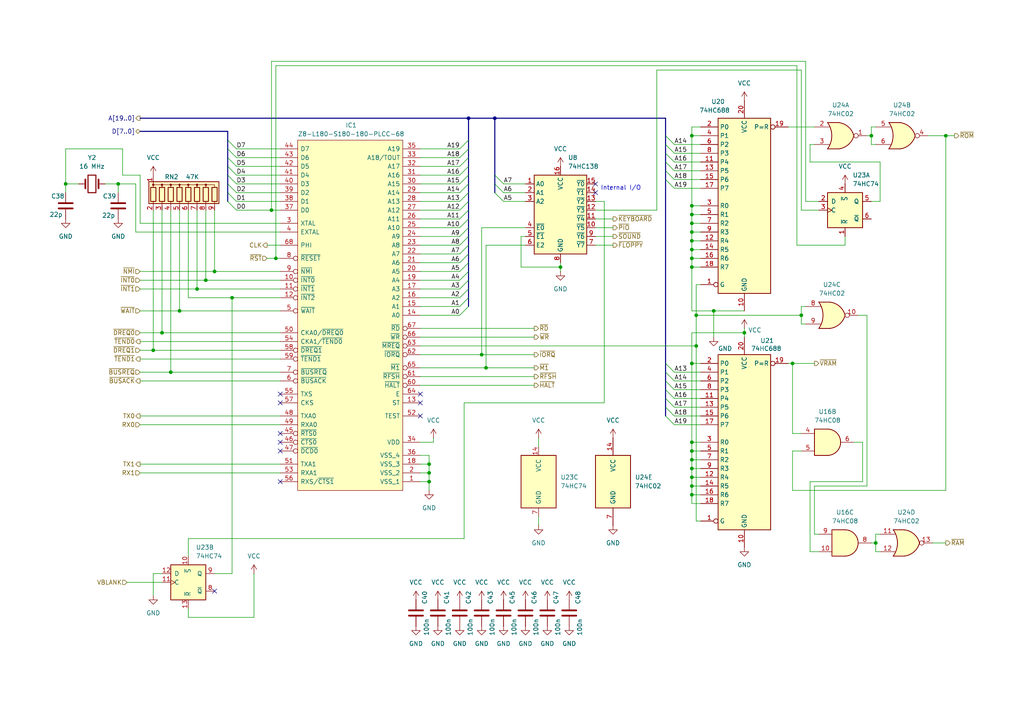
<source format=kicad_sch>
(kicad_sch (version 20231120) (generator "eeschema") (generator_version "8.0")
  (paper "A4")
  (junction (at 200.66 138.43))
  (junction (at 254 157.48))
  (junction (at 139.7 102.87))
  (junction (at 124.46 137.16))
  (junction (at 200.66 128.27))
  (junction (at 200.66 64.77))
  (junction (at 200.66 62.23))
  (junction (at 200.66 133.35))
  (junction (at 274.32 39.37))
  (junction (at 59.69 81.28))
  (junction (at 124.46 139.7))
  (junction (at 19.05 53.34))
  (junction (at 143.51 34.29))
  (junction (at 232.41 91.44))
  (junction (at 200.66 69.85))
  (junction (at 200.66 135.89))
  (junction (at 34.29 53.34))
  (junction (at 200.66 59.69))
  (junction (at 49.53 107.95))
  (junction (at 200.66 143.51))
  (junction (at 162.56 77.47))
  (junction (at 78.74 60.96))
  (junction (at 201.93 91.44))
  (junction (at 62.23 78.74))
  (junction (at 201.93 100.33))
  (junction (at 215.9 96.52))
  (junction (at 200.66 130.81))
  (junction (at 200.66 74.93))
  (junction (at 200.66 77.47))
  (junction (at 52.07 90.17))
  (junction (at 80.01 74.93))
  (junction (at 57.15 83.82))
  (junction (at 135.89 34.29))
  (junction (at 229.87 105.41))
  (junction (at 207.01 90.17))
  (junction (at 46.99 96.52))
  (junction (at 44.45 101.6))
  (junction (at 200.66 67.31))
  (junction (at 200.66 72.39))
  (junction (at 252.73 39.37))
  (junction (at 200.66 105.41))
  (junction (at 140.97 106.68))
  (junction (at 67.31 86.36))
  (junction (at 200.66 39.37))
  (junction (at 124.46 134.62))
  (junction (at 200.66 140.97))
  (no_connect (at 62.23 171.45))
  (no_connect (at 81.28 139.7))
  (no_connect (at 81.28 116.84))
  (no_connect (at 172.72 55.88))
  (no_connect (at 81.28 125.73))
  (no_connect (at 81.28 114.3))
  (no_connect (at 121.92 120.65))
  (no_connect (at 81.28 130.81))
  (no_connect (at 172.72 53.34))
  (no_connect (at 121.92 114.3))
  (no_connect (at 121.92 116.84))
  (no_connect (at 81.28 128.27))
  (bus_entry (at 66.04 55.88) (size 2.54 2.54))
  (bus_entry (at 135.89 63.5) (size -2.54 2.54))
  (bus_entry (at 135.89 48.26) (size -2.54 2.54))
  (bus_entry (at 193.04 118.11) (size 2.54 2.54))
  (bus_entry (at 66.04 45.72) (size 2.54 2.54))
  (bus_entry (at 66.04 40.64) (size 2.54 2.54))
  (bus_entry (at 193.04 120.65) (size 2.54 2.54))
  (bus_entry (at 135.89 45.72) (size -2.54 2.54))
  (bus_entry (at 135.89 68.58) (size -2.54 2.54))
  (bus_entry (at 193.04 105.41) (size 2.54 2.54))
  (bus_entry (at 66.04 43.18) (size 2.54 2.54))
  (bus_entry (at 135.89 88.9) (size -2.54 2.54))
  (bus_entry (at 193.04 115.57) (size 2.54 2.54))
  (bus_entry (at 193.04 107.95) (size 2.54 2.54))
  (bus_entry (at 135.89 73.66) (size -2.54 2.54))
  (bus_entry (at 193.04 44.45) (size 2.54 2.54))
  (bus_entry (at 193.04 113.03) (size 2.54 2.54))
  (bus_entry (at 193.04 110.49) (size 2.54 2.54))
  (bus_entry (at 143.51 53.34) (size 2.54 2.54))
  (bus_entry (at 66.04 48.26) (size 2.54 2.54))
  (bus_entry (at 135.89 83.82) (size -2.54 2.54))
  (bus_entry (at 135.89 86.36) (size -2.54 2.54))
  (bus_entry (at 66.04 53.34) (size 2.54 2.54))
  (bus_entry (at 193.04 49.53) (size 2.54 2.54))
  (bus_entry (at 143.51 55.88) (size 2.54 2.54))
  (bus_entry (at 135.89 71.12) (size -2.54 2.54))
  (bus_entry (at 135.89 76.2) (size -2.54 2.54))
  (bus_entry (at 135.89 78.74) (size -2.54 2.54))
  (bus_entry (at 135.89 58.42) (size -2.54 2.54))
  (bus_entry (at 143.51 50.8) (size 2.54 2.54))
  (bus_entry (at 193.04 46.99) (size 2.54 2.54))
  (bus_entry (at 193.04 41.91) (size 2.54 2.54))
  (bus_entry (at 135.89 43.18) (size -2.54 2.54))
  (bus_entry (at 66.04 58.42) (size 2.54 2.54))
  (bus_entry (at 135.89 50.8) (size -2.54 2.54))
  (bus_entry (at 193.04 39.37) (size 2.54 2.54))
  (bus_entry (at 66.04 50.8) (size 2.54 2.54))
  (bus_entry (at 135.89 55.88) (size -2.54 2.54))
  (bus_entry (at 135.89 40.64) (size -2.54 2.54))
  (bus_entry (at 135.89 60.96) (size -2.54 2.54))
  (bus_entry (at 135.89 66.04) (size -2.54 2.54))
  (bus_entry (at 135.89 53.34) (size -2.54 2.54))
  (bus_entry (at 193.04 52.07) (size 2.54 2.54))
  (bus_entry (at 135.89 81.28) (size -2.54 2.54))
  (wire (pts (xy 39.37 53.34) (xy 39.37 67.31)))
  (wire (pts (xy 200.66 128.27) (xy 200.66 130.81)))
  (wire (pts (xy 201.93 100.33) (xy 201.93 151.13)))
  (wire (pts (xy 228.6 105.41) (xy 229.87 105.41)))
  (wire (pts (xy 139.7 102.87) (xy 154.94 102.87)))
  (wire (pts (xy 195.58 44.45) (xy 203.2 44.45)))
  (wire (pts (xy 200.66 77.47) (xy 200.66 74.93)))
  (bus (pts (xy 135.89 50.8) (xy 135.89 53.34)))
  (wire (pts (xy 121.92 43.18) (xy 133.35 43.18)))
  (wire (pts (xy 121.92 78.74) (xy 133.35 78.74)))
  (wire (pts (xy 40.64 104.14) (xy 81.28 104.14)))
  (wire (pts (xy 121.92 58.42) (xy 133.35 58.42)))
  (bus (pts (xy 143.51 34.29) (xy 143.51 50.8)))
  (wire (pts (xy 252.73 36.83) (xy 254 36.83)))
  (wire (pts (xy 200.66 59.69) (xy 203.2 59.69)))
  (wire (pts (xy 68.58 53.34) (xy 81.28 53.34)))
  (wire (pts (xy 251.46 39.37) (xy 252.73 39.37)))
  (wire (pts (xy 121.92 88.9) (xy 133.35 88.9)))
  (wire (pts (xy 195.58 123.19) (xy 203.2 123.19)))
  (wire (pts (xy 200.66 77.47) (xy 200.66 90.17)))
  (wire (pts (xy 57.15 83.82) (xy 57.15 60.96)))
  (wire (pts (xy 77.47 74.93) (xy 80.01 74.93)))
  (wire (pts (xy 46.99 96.52) (xy 46.99 60.96)))
  (wire (pts (xy 62.23 166.37) (xy 67.31 166.37)))
  (wire (pts (xy 121.92 83.82) (xy 133.35 83.82)))
  (wire (pts (xy 200.66 62.23) (xy 203.2 62.23)))
  (wire (pts (xy 270.51 157.48) (xy 274.32 157.48)))
  (bus (pts (xy 135.89 78.74) (xy 135.89 81.28)))
  (wire (pts (xy 200.66 135.89) (xy 203.2 135.89)))
  (wire (pts (xy 200.66 146.05) (xy 203.2 146.05)))
  (wire (pts (xy 172.72 58.42) (xy 175.26 58.42)))
  (wire (pts (xy 40.64 120.65) (xy 81.28 120.65)))
  (bus (pts (xy 135.89 34.29) (xy 135.89 40.64)))
  (wire (pts (xy 200.66 135.89) (xy 200.66 138.43)))
  (wire (pts (xy 35.56 50.8) (xy 40.64 50.8)))
  (wire (pts (xy 134.62 116.84) (xy 134.62 156.21)))
  (wire (pts (xy 200.66 36.83) (xy 203.2 36.83)))
  (wire (pts (xy 234.95 139.7) (xy 234.95 160.02)))
  (wire (pts (xy 201.93 151.13) (xy 203.2 151.13)))
  (wire (pts (xy 200.66 59.69) (xy 200.66 39.37)))
  (wire (pts (xy 236.22 154.94) (xy 237.49 154.94)))
  (bus (pts (xy 66.04 48.26) (xy 66.04 50.8)))
  (wire (pts (xy 195.58 49.53) (xy 203.2 49.53)))
  (wire (pts (xy 40.64 90.17) (xy 52.07 90.17)))
  (wire (pts (xy 121.92 111.76) (xy 154.94 111.76)))
  (bus (pts (xy 135.89 81.28) (xy 135.89 83.82)))
  (wire (pts (xy 200.66 72.39) (xy 200.66 69.85)))
  (wire (pts (xy 40.64 123.19) (xy 81.28 123.19)))
  (wire (pts (xy 77.47 71.12) (xy 81.28 71.12)))
  (wire (pts (xy 195.58 118.11) (xy 203.2 118.11)))
  (wire (pts (xy 232.41 88.9) (xy 232.41 91.44)))
  (wire (pts (xy 252.73 39.37) (xy 252.73 36.83)))
  (wire (pts (xy 81.28 81.28) (xy 59.69 81.28)))
  (wire (pts (xy 121.92 55.88) (xy 133.35 55.88)))
  (wire (pts (xy 121.92 106.68) (xy 140.97 106.68)))
  (wire (pts (xy 124.46 132.08) (xy 124.46 134.62)))
  (wire (pts (xy 121.92 73.66) (xy 133.35 73.66)))
  (bus (pts (xy 66.04 53.34) (xy 66.04 55.88)))
  (wire (pts (xy 22.86 53.34) (xy 19.05 53.34)))
  (bus (pts (xy 135.89 55.88) (xy 135.89 58.42)))
  (wire (pts (xy 201.93 82.55) (xy 203.2 82.55)))
  (wire (pts (xy 200.66 138.43) (xy 203.2 138.43)))
  (bus (pts (xy 135.89 53.34) (xy 135.89 55.88)))
  (wire (pts (xy 40.64 81.28) (xy 59.69 81.28)))
  (wire (pts (xy 195.58 115.57) (xy 203.2 115.57)))
  (wire (pts (xy 134.62 156.21) (xy 54.61 156.21)))
  (wire (pts (xy 40.64 107.95) (xy 49.53 107.95)))
  (wire (pts (xy 207.01 90.17) (xy 200.66 90.17)))
  (wire (pts (xy 121.92 95.25) (xy 154.94 95.25)))
  (bus (pts (xy 66.04 38.1) (xy 66.04 40.64)))
  (wire (pts (xy 121.92 68.58) (xy 133.35 68.58)))
  (wire (pts (xy 200.66 140.97) (xy 200.66 143.51)))
  (bus (pts (xy 66.04 55.88) (xy 66.04 58.42)))
  (wire (pts (xy 78.74 17.78) (xy 233.68 17.78)))
  (wire (pts (xy 276.86 39.37) (xy 274.32 39.37)))
  (wire (pts (xy 254 157.48) (xy 252.73 157.48)))
  (wire (pts (xy 195.58 52.07) (xy 203.2 52.07)))
  (wire (pts (xy 68.58 43.18) (xy 81.28 43.18)))
  (wire (pts (xy 40.64 64.77) (xy 81.28 64.77)))
  (bus (pts (xy 135.89 63.5) (xy 135.89 66.04)))
  (wire (pts (xy 195.58 46.99) (xy 203.2 46.99)))
  (wire (pts (xy 274.32 142.24) (xy 229.87 142.24)))
  (wire (pts (xy 229.87 105.41) (xy 229.87 125.73)))
  (wire (pts (xy 200.66 130.81) (xy 203.2 130.81)))
  (wire (pts (xy 200.66 62.23) (xy 200.66 59.69)))
  (bus (pts (xy 193.04 44.45) (xy 193.04 46.99)))
  (wire (pts (xy 121.92 109.22) (xy 154.94 109.22)))
  (bus (pts (xy 193.04 52.07) (xy 193.04 105.41)))
  (wire (pts (xy 229.87 130.81) (xy 232.41 130.81)))
  (wire (pts (xy 190.5 60.96) (xy 190.5 20.32)))
  (wire (pts (xy 140.97 106.68) (xy 140.97 71.12)))
  (wire (pts (xy 233.68 93.98) (xy 232.41 93.98)))
  (bus (pts (xy 193.04 41.91) (xy 193.04 44.45)))
  (wire (pts (xy 200.66 69.85) (xy 200.66 67.31)))
  (wire (pts (xy 200.66 64.77) (xy 203.2 64.77)))
  (bus (pts (xy 193.04 107.95) (xy 193.04 110.49)))
  (wire (pts (xy 200.66 128.27) (xy 203.2 128.27)))
  (wire (pts (xy 35.56 43.18) (xy 35.56 50.8)))
  (wire (pts (xy 177.8 71.12) (xy 172.72 71.12)))
  (wire (pts (xy 200.66 96.52) (xy 200.66 105.41)))
  (wire (pts (xy 254 41.91) (xy 252.73 41.91)))
  (wire (pts (xy 40.64 96.52) (xy 46.99 96.52)))
  (wire (pts (xy 121.92 81.28) (xy 133.35 81.28)))
  (bus (pts (xy 193.04 118.11) (xy 193.04 120.65)))
  (wire (pts (xy 175.26 58.42) (xy 175.26 116.84)))
  (wire (pts (xy 252.73 41.91) (xy 252.73 39.37)))
  (wire (pts (xy 62.23 78.74) (xy 62.23 60.96)))
  (bus (pts (xy 135.89 83.82) (xy 135.89 86.36)))
  (wire (pts (xy 234.95 41.91) (xy 236.22 41.91)))
  (bus (pts (xy 135.89 60.96) (xy 135.89 63.5)))
  (wire (pts (xy 67.31 86.36) (xy 67.31 166.37)))
  (wire (pts (xy 121.92 134.62) (xy 124.46 134.62)))
  (wire (pts (xy 121.92 63.5) (xy 133.35 63.5)))
  (bus (pts (xy 135.89 66.04) (xy 135.89 68.58)))
  (wire (pts (xy 200.66 67.31) (xy 203.2 67.31)))
  (wire (pts (xy 36.83 168.91) (xy 46.99 168.91)))
  (wire (pts (xy 80.01 19.05) (xy 231.14 19.05)))
  (wire (pts (xy 250.19 128.27) (xy 250.19 139.7)))
  (wire (pts (xy 19.05 43.18) (xy 35.56 43.18)))
  (wire (pts (xy 162.56 77.47) (xy 162.56 76.2)))
  (wire (pts (xy 232.41 60.96) (xy 237.49 60.96)))
  (wire (pts (xy 151.13 68.58) (xy 152.4 68.58)))
  (wire (pts (xy 121.92 76.2) (xy 133.35 76.2)))
  (bus (pts (xy 135.89 45.72) (xy 135.89 48.26)))
  (wire (pts (xy 255.27 154.94) (xy 254 154.94)))
  (wire (pts (xy 34.29 53.34) (xy 39.37 53.34)))
  (bus (pts (xy 66.04 40.64) (xy 66.04 43.18)))
  (wire (pts (xy 255.27 58.42) (xy 255.27 46.99)))
  (wire (pts (xy 40.64 50.8) (xy 40.64 64.77)))
  (bus (pts (xy 193.04 39.37) (xy 193.04 41.91)))
  (wire (pts (xy 68.58 58.42) (xy 81.28 58.42)))
  (bus (pts (xy 66.04 43.18) (xy 66.04 45.72)))
  (wire (pts (xy 54.61 86.36) (xy 54.61 60.96)))
  (wire (pts (xy 251.46 140.97) (xy 236.22 140.97)))
  (wire (pts (xy 121.92 132.08) (xy 124.46 132.08)))
  (wire (pts (xy 125.73 128.27) (xy 125.73 127)))
  (wire (pts (xy 215.9 96.52) (xy 215.9 97.79)))
  (wire (pts (xy 200.66 143.51) (xy 200.66 146.05)))
  (wire (pts (xy 81.28 83.82) (xy 57.15 83.82)))
  (wire (pts (xy 200.66 77.47) (xy 203.2 77.47)))
  (wire (pts (xy 255.27 160.02) (xy 254 160.02)))
  (wire (pts (xy 274.32 39.37) (xy 274.32 142.24)))
  (wire (pts (xy 121.92 97.79) (xy 154.94 97.79)))
  (wire (pts (xy 30.48 53.34) (xy 34.29 53.34)))
  (wire (pts (xy 269.24 39.37) (xy 274.32 39.37)))
  (wire (pts (xy 121.92 45.72) (xy 133.35 45.72)))
  (wire (pts (xy 140.97 71.12) (xy 152.4 71.12)))
  (wire (pts (xy 68.58 45.72) (xy 81.28 45.72)))
  (wire (pts (xy 19.05 53.34) (xy 19.05 43.18)))
  (wire (pts (xy 200.66 67.31) (xy 200.66 64.77)))
  (wire (pts (xy 44.45 172.72) (xy 44.45 166.37)))
  (wire (pts (xy 175.26 116.84) (xy 134.62 116.84)))
  (wire (pts (xy 40.64 110.49) (xy 81.28 110.49)))
  (wire (pts (xy 73.66 179.07) (xy 54.61 179.07)))
  (wire (pts (xy 68.58 55.88) (xy 81.28 55.88)))
  (wire (pts (xy 200.66 133.35) (xy 203.2 133.35)))
  (wire (pts (xy 121.92 60.96) (xy 133.35 60.96)))
  (bus (pts (xy 135.89 34.29) (xy 143.51 34.29)))
  (wire (pts (xy 151.13 77.47) (xy 151.13 68.58)))
  (wire (pts (xy 81.28 78.74) (xy 62.23 78.74)))
  (wire (pts (xy 68.58 48.26) (xy 81.28 48.26)))
  (bus (pts (xy 135.89 71.12) (xy 135.89 73.66)))
  (wire (pts (xy 254 160.02) (xy 254 157.48)))
  (bus (pts (xy 193.04 49.53) (xy 193.04 52.07)))
  (wire (pts (xy 200.66 39.37) (xy 200.66 36.83)))
  (wire (pts (xy 68.58 60.96) (xy 78.74 60.96)))
  (wire (pts (xy 190.5 20.32) (xy 232.41 20.32)))
  (wire (pts (xy 73.66 166.37) (xy 73.66 179.07)))
  (wire (pts (xy 67.31 86.36) (xy 54.61 86.36)))
  (wire (pts (xy 78.74 60.96) (xy 78.74 17.78)))
  (wire (pts (xy 200.66 130.81) (xy 200.66 133.35)))
  (wire (pts (xy 34.29 53.34) (xy 34.29 55.88)))
  (wire (pts (xy 177.8 68.58) (xy 172.72 68.58)))
  (wire (pts (xy 121.92 102.87) (xy 139.7 102.87)))
  (wire (pts (xy 172.72 60.96) (xy 190.5 60.96)))
  (wire (pts (xy 59.69 81.28) (xy 59.69 60.96)))
  (wire (pts (xy 146.05 55.88) (xy 152.4 55.88)))
  (wire (pts (xy 162.56 77.47) (xy 151.13 77.47)))
  (wire (pts (xy 81.28 90.17) (xy 52.07 90.17)))
  (wire (pts (xy 54.61 156.21) (xy 54.61 161.29)))
  (wire (pts (xy 200.66 74.93) (xy 203.2 74.93)))
  (wire (pts (xy 156.21 152.4) (xy 156.21 149.86)))
  (wire (pts (xy 233.68 17.78) (xy 233.68 58.42)))
  (wire (pts (xy 124.46 139.7) (xy 124.46 142.24)))
  (wire (pts (xy 121.92 137.16) (xy 124.46 137.16)))
  (wire (pts (xy 200.66 105.41) (xy 200.66 128.27)))
  (wire (pts (xy 236.22 140.97) (xy 236.22 154.94)))
  (wire (pts (xy 124.46 134.62) (xy 124.46 137.16)))
  (wire (pts (xy 195.58 41.91) (xy 203.2 41.91)))
  (wire (pts (xy 250.19 139.7) (xy 234.95 139.7)))
  (wire (pts (xy 234.95 46.99) (xy 234.95 41.91)))
  (wire (pts (xy 40.64 83.82) (xy 57.15 83.82)))
  (wire (pts (xy 231.14 19.05) (xy 231.14 71.12)))
  (wire (pts (xy 200.66 64.77) (xy 200.66 62.23)))
  (wire (pts (xy 121.92 50.8) (xy 133.35 50.8)))
  (bus (pts (xy 40.64 38.1) (xy 66.04 38.1)))
  (bus (pts (xy 193.04 105.41) (xy 193.04 107.95)))
  (wire (pts (xy 228.6 36.83) (xy 236.22 36.83)))
  (bus (pts (xy 143.51 34.29) (xy 193.04 34.29)))
  (bus (pts (xy 135.89 68.58) (xy 135.89 71.12)))
  (bus (pts (xy 193.04 113.03) (xy 193.04 115.57)))
  (wire (pts (xy 39.37 67.31) (xy 81.28 67.31)))
  (wire (pts (xy 215.9 95.25) (xy 215.9 96.52)))
  (bus (pts (xy 66.04 45.72) (xy 66.04 48.26)))
  (wire (pts (xy 251.46 91.44) (xy 251.46 140.97)))
  (wire (pts (xy 207.01 90.17) (xy 207.01 97.79)))
  (wire (pts (xy 215.9 96.52) (xy 200.66 96.52)))
  (wire (pts (xy 146.05 58.42) (xy 152.4 58.42)))
  (wire (pts (xy 81.28 101.6) (xy 44.45 101.6)))
  (wire (pts (xy 232.41 91.44) (xy 201.93 91.44)))
  (bus (pts (xy 135.89 58.42) (xy 135.89 60.96)))
  (wire (pts (xy 68.58 50.8) (xy 81.28 50.8)))
  (wire (pts (xy 200.66 39.37) (xy 203.2 39.37)))
  (wire (pts (xy 80.01 74.93) (xy 81.28 74.93)))
  (bus (pts (xy 66.04 50.8) (xy 66.04 53.34)))
  (wire (pts (xy 200.66 143.51) (xy 203.2 143.51)))
  (wire (pts (xy 40.64 78.74) (xy 62.23 78.74)))
  (bus (pts (xy 135.89 48.26) (xy 135.89 50.8)))
  (wire (pts (xy 121.92 71.12) (xy 133.35 71.12)))
  (wire (pts (xy 231.14 71.12) (xy 245.11 71.12)))
  (wire (pts (xy 40.64 101.6) (xy 44.45 101.6)))
  (wire (pts (xy 200.66 69.85) (xy 203.2 69.85)))
  (wire (pts (xy 215.9 90.17) (xy 207.01 90.17)))
  (wire (pts (xy 44.45 166.37) (xy 46.99 166.37)))
  (wire (pts (xy 156.21 127) (xy 156.21 129.54)))
  (wire (pts (xy 200.66 74.93) (xy 200.66 72.39)))
  (wire (pts (xy 200.66 133.35) (xy 200.66 135.89)))
  (wire (pts (xy 139.7 102.87) (xy 139.7 66.04)))
  (wire (pts (xy 177.8 63.5) (xy 172.72 63.5)))
  (wire (pts (xy 254 154.94) (xy 254 157.48)))
  (wire (pts (xy 195.58 107.95) (xy 203.2 107.95)))
  (wire (pts (xy 234.95 160.02) (xy 237.49 160.02)))
  (wire (pts (xy 232.41 93.98) (xy 232.41 91.44)))
  (wire (pts (xy 44.45 101.6) (xy 44.45 60.96)))
  (wire (pts (xy 195.58 113.03) (xy 203.2 113.03)))
  (wire (pts (xy 233.68 88.9) (xy 232.41 88.9)))
  (wire (pts (xy 81.28 107.95) (xy 49.53 107.95)))
  (wire (pts (xy 81.28 86.36) (xy 67.31 86.36)))
  (wire (pts (xy 78.74 60.96) (xy 81.28 60.96)))
  (wire (pts (xy 81.28 96.52) (xy 46.99 96.52)))
  (wire (pts (xy 201.93 82.55) (xy 201.93 91.44)))
  (wire (pts (xy 200.66 105.41) (xy 203.2 105.41)))
  (bus (pts (xy 135.89 43.18) (xy 135.89 45.72)))
  (bus (pts (xy 135.89 73.66) (xy 135.89 76.2)))
  (wire (pts (xy 40.64 134.62) (xy 81.28 134.62)))
  (wire (pts (xy 140.97 106.68) (xy 154.94 106.68)))
  (bus (pts (xy 193.04 115.57) (xy 193.04 118.11)))
  (wire (pts (xy 121.92 86.36) (xy 133.35 86.36)))
  (wire (pts (xy 19.05 53.34) (xy 19.05 55.88)))
  (wire (pts (xy 49.53 107.95) (xy 49.53 60.96)))
  (wire (pts (xy 124.46 137.16) (xy 124.46 139.7)))
  (bus (pts (xy 193.04 46.99) (xy 193.04 49.53)))
  (wire (pts (xy 245.11 68.58) (xy 245.11 71.12)))
  (wire (pts (xy 229.87 105.41) (xy 236.22 105.41)))
  (wire (pts (xy 200.66 72.39) (xy 203.2 72.39)))
  (wire (pts (xy 229.87 125.73) (xy 232.41 125.73)))
  (bus (pts (xy 193.04 110.49) (xy 193.04 113.03)))
  (wire (pts (xy 248.92 91.44) (xy 251.46 91.44)))
  (wire (pts (xy 139.7 66.04) (xy 152.4 66.04)))
  (wire (pts (xy 195.58 120.65) (xy 203.2 120.65)))
  (wire (pts (xy 200.66 138.43) (xy 200.66 140.97)))
  (wire (pts (xy 195.58 54.61) (xy 203.2 54.61)))
  (wire (pts (xy 146.05 53.34) (xy 152.4 53.34)))
  (wire (pts (xy 252.73 58.42) (xy 255.27 58.42)))
  (wire (pts (xy 162.56 78.74) (xy 162.56 77.47)))
  (wire (pts (xy 232.41 20.32) (xy 232.41 60.96)))
  (wire (pts (xy 121.92 91.44) (xy 133.35 91.44)))
  (wire (pts (xy 52.07 90.17) (xy 52.07 60.96)))
  (wire (pts (xy 121.92 48.26) (xy 133.35 48.26)))
  (bus (pts (xy 143.51 50.8) (xy 143.51 53.34)))
  (wire (pts (xy 229.87 142.24) (xy 229.87 130.81)))
  (wire (pts (xy 247.65 128.27) (xy 250.19 128.27)))
  (wire (pts (xy 233.68 58.42) (xy 237.49 58.42)))
  (bus (pts (xy 135.89 76.2) (xy 135.89 78.74)))
  (wire (pts (xy 40.64 137.16) (xy 81.28 137.16)))
  (wire (pts (xy 200.66 140.97) (xy 203.2 140.97)))
  (wire (pts (xy 40.64 99.06) (xy 81.28 99.06)))
  (wire (pts (xy 80.01 74.93) (xy 80.01 19.05)))
  (wire (pts (xy 121.92 128.27) (xy 125.73 128.27)))
  (wire (pts (xy 201.93 91.44) (xy 201.93 100.33)))
  (wire (pts (xy 177.8 66.04) (xy 172.72 66.04)))
  (bus (pts (xy 193.04 34.29) (xy 193.04 39.37)))
  (wire (pts (xy 255.27 46.99) (xy 234.95 46.99)))
  (wire (pts (xy 121.92 139.7) (xy 124.46 139.7)))
  (wire (pts (xy 121.92 53.34) (xy 133.35 53.34)))
  (wire (pts (xy 54.61 179.07) (xy 54.61 176.53)))
  (wire (pts (xy 121.92 66.04) (xy 133.35 66.04)))
  (bus (pts (xy 40.64 34.29) (xy 135.89 34.29)))
  (bus (pts (xy 135.89 86.36) (xy 135.89 88.9)))
  (bus (pts (xy 143.51 53.34) (xy 143.51 55.88)))
  (wire (pts (xy 195.58 110.49) (xy 203.2 110.49)))
  (wire (pts (xy 121.92 100.33) (xy 201.93 100.33)))
  (bus (pts (xy 135.89 40.64) (xy 135.89 43.18)))
  (text "Internal I/O" (at 180.086 54.61 0) (effects (font (size 1.27 1.27))))
  (label "A1" (at 133.35 88.9 180))
  (label "D0" (at 68.58 60.96 0))
  (label "A11" (at 133.35 63.5 180))
  (label "A16" (at 195.58 115.57 0))
  (label "D7" (at 68.58 43.18 0))
  (label "A13" (at 195.58 107.95 0))
  (label "D6" (at 68.58 45.72 0))
  (label "A5" (at 146.05 58.42 0))
  (label "A3" (at 133.35 83.82 180))
  (label "A6" (at 133.35 76.2 180))
  (label "A18" (at 133.35 45.72 180))
  (label "A5" (at 133.35 78.74 180))
  (label "D3" (at 68.58 53.34 0))
  (label "D2" (at 68.58 55.88 0))
  (label "A14" (at 133.35 55.88 180))
  (label "A15" (at 133.35 53.34 180))
  (label "A18" (at 195.58 120.65 0))
  (label "A17" (at 195.58 118.11 0))
  (label "A7" (at 133.35 73.66 180))
  (label "A12" (at 133.35 60.96 180))
  (label "A19" (at 195.58 54.61 0))
  (label "A4" (at 133.35 81.28 180))
  (label "D4" (at 68.58 50.8 0))
  (label "A19" (at 195.58 123.19 0))
  (label "A10" (at 133.35 66.04 180))
  (label "A6" (at 146.05 55.88 0))
  (label "A14" (at 195.58 41.91 0))
  (label "A13" (at 133.35 58.42 180))
  (label "D1" (at 68.58 58.42 0))
  (label "A9" (at 133.35 68.58 180))
  (label "A8" (at 133.35 71.12 180))
  (label "D5" (at 68.58 48.26 0))
  (label "A2" (at 133.35 86.36 180))
  (label "A16" (at 133.35 50.8 180))
  (label "A15" (at 195.58 113.03 0))
  (label "A17" (at 133.35 48.26 180))
  (label "A18" (at 195.58 52.07 0))
  (label "A19" (at 133.35 43.18 180))
  (label "A16" (at 195.58 46.99 0))
  (label "A17" (at 195.58 49.53 0))
  (label "A7" (at 146.05 53.34 0))
  (label "A15" (at 195.58 44.45 0))
  (label "A0" (at 133.35 91.44 180))
  (label "A14" (at 195.58 110.49 0))
  (hierarchical_label "~{INT0}" (shape input) (at 40.64 81.28 180))
  (hierarchical_label "TX1" (shape output) (at 40.64 134.62 180))
  (hierarchical_label "~{FLOPPY}" (shape output) (at 177.8 71.12 0))
  (hierarchical_label "~{ROM}" (shape output) (at 276.86 39.37 0))
  (hierarchical_label "RX1" (shape input) (at 40.64 137.16 180))
  (hierarchical_label "~{RAM}" (shape output) (at 274.32 157.48 0))
  (hierarchical_label "~{BUSACK}" (shape output) (at 40.64 110.49 180))
  (hierarchical_label "~{RFSH}" (shape output) (at 154.94 109.22 0))
  (hierarchical_label "~{DREQ0}" (shape input) (at 40.64 96.52 180))
  (hierarchical_label "CLK" (shape output) (at 77.47 71.12 180))
  (hierarchical_label "~{WAIT}" (shape input) (at 40.64 90.17 180))
  (hierarchical_label "A[19..0]" (shape output) (at 40.64 34.29 180))
  (hierarchical_label "~{HALT}" (shape output) (at 154.94 111.76 0))
  (hierarchical_label "~{WR}" (shape output) (at 154.94 97.79 0))
  (hierarchical_label "~{TEND1}" (shape output) (at 40.64 104.14 180))
  (hierarchical_label "~{IORQ}" (shape output) (at 154.94 102.87 0))
  (hierarchical_label "~{NMI}" (shape input) (at 40.64 78.74 180))
  (hierarchical_label "~{KEYBOARD}" (shape output) (at 177.8 63.5 0))
  (hierarchical_label "~{PIO}" (shape output) (at 177.8 66.04 0))
  (hierarchical_label "~{RD}" (shape output) (at 154.94 95.25 0))
  (hierarchical_label "~{RST}" (shape input) (at 77.47 74.93 180))
  (hierarchical_label "RX0" (shape input) (at 40.64 123.19 180))
  (hierarchical_label "~{TEND0}" (shape output) (at 40.64 99.06 180))
  (hierarchical_label "~{BUSREQ}" (shape input) (at 40.64 107.95 180))
  (hierarchical_label "VBLANK" (shape input) (at 36.83 168.91 180))
  (hierarchical_label "~{VRAM}" (shape output) (at 236.22 105.41 0))
  (hierarchical_label "~{SOUND}" (shape output) (at 177.8 68.58 0))
  (hierarchical_label "TX0" (shape output) (at 40.64 120.65 180))
  (hierarchical_label "~{DREQ1}" (shape input) (at 40.64 101.6 180))
  (hierarchical_label "D[7..0]" (shape bidirectional) (at 40.64 38.1 180))
  (hierarchical_label "~{M1}" (shape output) (at 154.94 106.68 0))
  (hierarchical_label "~{INT1}" (shape input) (at 40.64 83.82 180))
  (symbol (lib_id "power:VCC") (at 177.8 127 0) (unit 1)
    (property "Reference" "#PWR0146" (effects (hide yes)))
    (property "Value" "VCC" (at 177.8 121.92 0))
    (property "Description" "Power symbol creates a global label with name \"VCC\"" (effects (hide yes)))
  )
  (symbol (lib_id "power:GND") (at 152.4 181.61 0) (unit 1)
    (property "Reference" "#PWR0141" (effects (hide yes)))
    (property "Value" "GND" (at 152.4 186.69 0))
    (property "Description" "Power symbol creates a global label with name \"GND\" , ground" (effects (hide yes)))
  )
  (symbol (lib_id "74xx:74HC74") (at 245.11 60.96 0) (unit 1)
    (property "Reference" "U23" (at 247.3041 50.8 0) (effects (justify left)))
    (property "Value" "74HC74" (at 247.3041 53.34 0) (effects (justify left)))
    (property "Datasheet" "74xx/74hc_hct74.pdf" (effects (hide yes)))
    (property "Description" "Dual D Flip-flop, Set & Reset" (effects (hide yes)))
  )
  (symbol (lib_id "Device:C") (at 133.35 177.8 0) (unit 1)
    (property "Reference" "C42" (at 135.89 175.26 90) (effects (justify left)))
    (property "Value" "100n" (at 136.398 184.404 90) (effects (justify left)))
    (property "Footprint" "Capacitor_THT:C_Disc_D5.0mm_W2.5mm_P2.50mm" (effects (hide yes)))
    (property "Description" "Unpolarized capacitor" (effects (hide yes)))
  )
  (symbol (lib_id "Device:C") (at 152.4 177.8 0) (unit 1)
    (property "Reference" "C46" (at 154.94 175.26 90) (effects (justify left)))
    (property "Value" "100n" (at 155.448 184.404 90) (effects (justify left)))
    (property "Footprint" "Capacitor_THT:C_Disc_D5.0mm_W2.5mm_P2.50mm" (effects (hide yes)))
    (property "Description" "Unpolarized capacitor" (effects (hide yes)))
  )
  (symbol (lib_id "power:GND") (at 158.75 181.61 0) (unit 1)
    (property "Reference" "#PWR0143" (effects (hide yes)))
    (property "Value" "GND" (at 158.75 186.69 0))
    (property "Description" "Power symbol creates a global label with name \"GND\" , ground" (effects (hide yes)))
  )
  (symbol (lib_id "power:GND") (at 34.29 63.5 0) (unit 1)
    (property "Reference" "#PWR0115" (effects (hide yes)))
    (property "Value" "GND" (at 34.29 68.58 0))
    (property "Description" "Power symbol creates a global label with name \"GND\" , ground" (effects (hide yes)))
  )
  (symbol (lib_id "power:GND") (at 44.45 172.72 0) (unit 1)
    (property "Reference" "#PWR0150" (effects (hide yes)))
    (property "Value" "GND" (at 44.45 177.8 0))
    (property "Description" "Power symbol creates a global label with name \"GND\" , ground" (effects (hide yes)))
  )
  (symbol (lib_id "power:VCC") (at 146.05 173.99 0) (unit 1)
    (property "Reference" "#PWR0138" (effects (hide yes)))
    (property "Value" "VCC" (at 146.05 168.91 0))
    (property "Description" "Power symbol creates a global label with name \"VCC\"" (effects (hide yes)))
  )
  (symbol (lib_id "power:GND") (at 162.56 78.74 0) (unit 1)
    (property "Reference" "#PWR0118" (effects (hide yes)))
    (property "Value" "GND" (at 162.56 83.82 0))
    (property "Description" "Power symbol creates a global label with name \"GND\" , ground" (effects (hide yes)))
  )
  (symbol (lib_id "74xx:74HC02") (at 243.84 39.37 0) (unit 1)
    (property "Reference" "U24" (at 243.84 30.48 0))
    (property "Value" "74HC02" (at 243.84 33.02 0))
    (property "Datasheet" "http://www.ti.com/lit/gpn/sn74hc02" (effects (hide yes)))
    (property "Description" "quad 2-input NOR gate" (effects (hide yes)))
  )
  (symbol (lib_id "74xx:74HC02") (at 241.3 91.44 0) (unit 3)
    (property "Reference" "U24" (at 241.3 82.55 0))
    (property "Value" "74HC02" (at 241.3 85.09 0))
    (property "Datasheet" "http://www.ti.com/lit/gpn/sn74hc02" (effects (hide yes)))
    (property "Description" "quad 2-input NOR gate" (effects (hide yes)))
  )
  (symbol (lib_id "power:GND") (at 215.9 158.75 0) (unit 1)
    (property "Reference" "#PWR0130" (effects (hide yes)))
    (property "Value" "GND" (at 215.9 163.83 0))
    (property "Description" "Power symbol creates a global label with name \"GND\" , ground" (effects (hide yes)))
  )
  (symbol (lib_id "power:GND") (at 19.05 63.5 0) (unit 1)
    (property "Reference" "#PWR065" (effects (hide yes)))
    (property "Value" "GND" (at 19.05 68.58 0))
    (property "Description" "Power symbol creates a global label with name \"GND\" , ground" (effects (hide yes)))
  )
  (symbol (lib_id "power:GND") (at 124.46 142.24 0) (unit 1)
    (property "Reference" "#PWR02" (effects (hide yes)))
    (property "Value" "GND" (at 124.46 147.32 0))
    (property "Description" "Power symbol creates a global label with name \"GND\" , ground" (effects (hide yes)))
  )
  (symbol (lib_id "Zilog_Z180:Z8-L180-S180-180-PLCC-68") (at 86.36 40.64 0) (unit 1)
    (property "Reference" "IC1" (at 101.854 36.322 0))
    (property "Value" "Z8-L180-S180-180-PLCC-68" (at 101.854 38.862 0))
    (property "Footprint" "Package_LCC:PLCC-68_THT-Socket" (effects (hide yes)))
    (property "Datasheet" "http://www.mouser.com/ds/2/450/z8s180ps-28828.pdf" (effects (hide yes)))
    (property "Description" "Zilog Z8S180 & Z8L180, Z80 Microprocessor Z180 8bit CISC 68-Pin PLCC" (effects (hide yes)))
    (property "Description_1" "Zilog Z8S180 & Z8L180, Z80 Microprocessor Z180 8bit CISC 68-Pin PLCC" (effects (hide yes)))
    (property "Height" "4.57" (effects (hide yes)))
    (property "Manufacturer_Name" "Zilog" (effects (hide yes)))
    (property "Manufacturer_Part_Number" "Z8S18033VSG" (effects (hide yes)))
    (property "Mouser Part Number" "692-Z8S18033VSG" (effects (hide yes)))
    (property "Mouser Price/Stock" "https://www.mouser.com/Search/Refine.aspx?Keyword=692-Z8S18033VSG" (effects (hide yes)))
    (property "RS Part Number" "6259270" (effects (hide yes)))
    (property "RS Price/Stock" "http://uk.rs-online.com/web/p/products/6259270" (effects (hide yes)))
    (property "Allied_Number" "R1000023" (effects (hide yes)))
    (property "Allied Price/Stock" "https://www.alliedelec.com/zilog-z8s18033vsg/R1000023/" (effects (hide yes)))
  )
  (symbol (lib_id "power:VCC") (at 73.66 166.37 0) (unit 1)
    (property "Reference" "#PWR0151" (effects (hide yes)))
    (property "Value" "VCC" (at 73.66 161.29 0))
    (property "Description" "Power symbol creates a global label with name \"VCC\"" (effects (hide yes)))
  )
  (symbol (lib_id "Device:C") (at 158.75 177.8 0) (unit 1)
    (property "Reference" "C47" (at 161.29 175.26 90) (effects (justify left)))
    (property "Value" "100n" (at 161.798 184.404 90) (effects (justify left)))
    (property "Footprint" "Capacitor_THT:C_Disc_D5.0mm_W2.5mm_P2.50mm" (effects (hide yes)))
    (property "Description" "Unpolarized capacitor" (effects (hide yes)))
  )
  (symbol (lib_id "Device:C") (at 127 177.8 0) (unit 1)
    (property "Reference" "C41" (at 129.54 175.26 90) (effects (justify left)))
    (property "Value" "100n" (at 130.048 184.404 90) (effects (justify left)))
    (property "Footprint" "Capacitor_THT:C_Disc_D5.0mm_W2.5mm_P2.50mm" (effects (hide yes)))
    (property "Description" "Unpolarized capacitor" (effects (hide yes)))
  )
  (symbol (lib_id "power:VCC") (at 152.4 173.99 0) (unit 1)
    (property "Reference" "#PWR0140" (effects (hide yes)))
    (property "Value" "VCC" (at 152.4 168.91 0))
    (property "Description" "Power symbol creates a global label with name \"VCC\"" (effects (hide yes)))
  )
  (symbol (lib_id "power:VCC") (at 133.35 173.99 0) (unit 1)
    (property "Reference" "#PWR0123" (effects (hide yes)))
    (property "Value" "VCC" (at 133.35 168.91 0))
    (property "Description" "Power symbol creates a global label with name \"VCC\"" (effects (hide yes)))
  )
  (symbol (lib_id "power:VCC") (at 44.45 50.8 0) (unit 1)
    (property "Reference" "#PWR0116" (effects (hide yes)))
    (property "Value" "VCC" (at 44.45 45.72 0))
    (property "Description" "Power symbol creates a global label with name \"VCC\"" (effects (hide yes)))
  )
  (symbol (lib_id "power:VCC") (at 120.65 173.99 0) (unit 1)
    (property "Reference" "#PWR0119" (effects (hide yes)))
    (property "Value" "VCC" (at 120.65 168.91 0))
    (property "Description" "Power symbol creates a global label with name \"VCC\"" (effects (hide yes)))
  )
  (symbol (lib_id "Device:C") (at 120.65 177.8 0) (unit 1)
    (property "Reference" "C40" (at 123.19 175.26 90) (effects (justify left)))
    (property "Value" "100n" (at 123.698 184.404 90) (effects (justify left)))
    (property "Footprint" "Capacitor_THT:C_Disc_D5.0mm_W2.5mm_P2.50mm" (effects (hide yes)))
    (property "Description" "Unpolarized capacitor" (effects (hide yes)))
  )
  (symbol (lib_id "74xx:74LS08") (at 240.03 128.27 0) (unit 2)
    (property "Reference" "U16" (at 240.0217 119.38 0))
    (property "Value" "74HC08" (at 240.0217 121.92 0))
    (property "Footprint" "Package_DIP:DIP-14_W7.62mm" (effects (hide yes)))
    (property "Datasheet" "http://www.ti.com/lit/gpn/sn74LS08" (effects (hide yes)))
    (property "Description" "Quad And2" (effects (hide yes)))
  )
  (symbol (lib_id "Device:C") (at 146.05 177.8 0) (unit 1)
    (property "Reference" "C45" (at 148.59 175.26 90) (effects (justify left)))
    (property "Value" "100n" (at 149.098 184.404 90) (effects (justify left)))
    (property "Footprint" "Capacitor_THT:C_Disc_D5.0mm_W2.5mm_P2.50mm" (effects (hide yes)))
    (property "Description" "Unpolarized capacitor" (effects (hide yes)))
  )
  (symbol (lib_id "Device:Crystal") (at 26.67 53.34 0) (unit 1)
    (property "Reference" "Y2" (at 26.67 45.72 0))
    (property "Value" "16 MHz" (at 26.67 48.26 0))
    (property "Footprint" "Crystal:Crystal_HC49-4H_Vertical" (effects (hide yes)))
    (property "Description" "Two pin crystal" (effects (hide yes)))
  )
  (symbol (lib_id "power:VCC") (at 245.11 53.34 0) (unit 1)
    (property "Reference" "#PWR0137" (effects (hide yes)))
    (property "Value" "VCC" (at 245.11 48.26 0))
    (property "Description" "Power symbol creates a global label with name \"VCC\"" (effects (hide yes)))
  )
  (symbol (lib_id "74xx:74HC02") (at 177.8 139.7 0) (unit 5)
    (property "Reference" "U24" (at 184.15 138.4299 0) (effects (justify left)))
    (property "Value" "74HC02" (at 184.15 140.9699 0) (effects (justify left)))
    (property "Datasheet" "http://www.ti.com/lit/gpn/sn74hc02" (effects (hide yes)))
    (property "Description" "quad 2-input NOR gate" (effects (hide yes)))
  )
  (symbol (lib_id "power:VCC") (at 158.75 173.99 0) (unit 1)
    (property "Reference" "#PWR0142" (effects (hide yes)))
    (property "Value" "VCC" (at 158.75 168.91 0))
    (property "Description" "Power symbol creates a global label with name \"VCC\"" (effects (hide yes)))
  )
  (symbol (lib_id "power:VCC") (at 215.9 29.21 0) (unit 1)
    (property "Reference" "#PWR0127" (effects (hide yes)))
    (property "Value" "VCC" (at 215.9 24.13 0))
    (property "Description" "Power symbol creates a global label with name \"VCC\"" (effects (hide yes)))
  )
  (symbol (lib_id "Device:C") (at 165.1 177.8 0) (unit 1)
    (property "Reference" "C48" (at 167.64 175.26 90) (effects (justify left)))
    (property "Value" "100n" (at 168.148 184.404 90) (effects (justify left)))
    (property "Footprint" "Capacitor_THT:C_Disc_D5.0mm_W2.5mm_P2.50mm" (effects (hide yes)))
    (property "Description" "Unpolarized capacitor" (effects (hide yes)))
  )
  (symbol (lib_id "power:VCC") (at 215.9 95.25 0) (unit 1)
    (property "Reference" "#PWR0128" (effects (hide yes)))
    (property "Value" "VCC" (at 218.948 95.758 0))
    (property "Description" "Power symbol creates a global label with name \"VCC\"" (effects (hide yes)))
  )
  (symbol (lib_id "74xx:74HC02") (at 261.62 39.37 0) (unit 2)
    (property "Reference" "U24" (at 261.62 30.48 0))
    (property "Value" "74HC02" (at 261.62 33.02 0))
    (property "Datasheet" "http://www.ti.com/lit/gpn/sn74hc02" (effects (hide yes)))
    (property "Description" "quad 2-input NOR gate" (effects (hide yes)))
  )
  (symbol (lib_id "power:GND") (at 156.21 152.4 0) (unit 1)
    (property "Reference" "#PWR0149" (effects (hide yes)))
    (property "Value" "GND" (at 156.21 157.48 0))
    (property "Description" "Power symbol creates a global label with name \"GND\" , ground" (effects (hide yes)))
  )
  (symbol (lib_id "power:GND") (at 146.05 181.61 0) (unit 1)
    (property "Reference" "#PWR0139" (effects (hide yes)))
    (property "Value" "GND" (at 146.05 186.69 0))
    (property "Description" "Power symbol creates a global label with name \"GND\" , ground" (effects (hide yes)))
  )
  (symbol (lib_id "74xx:74HC688") (at 215.9 59.69 0) (unit 1)
    (property "Reference" "U20" (at 208.28 29.464 0))
    (property "Value" "74HC688" (at 207.264 32.004 0))
    (property "Datasheet" "https://www.ti.com/lit/ds/symlink/cd54hc688.pdf" (effects (hide yes)))
    (property "Description" "8-bit magnitude comparator" (effects (hide yes)))
  )
  (symbol (lib_id "74xx:74LS08") (at 245.11 157.48 0) (unit 3)
    (property "Reference" "U16" (at 245.1017 148.59 0))
    (property "Value" "74HC08" (at 245.1017 151.13 0))
    (property "Footprint" "Package_DIP:DIP-14_W7.62mm" (effects (hide yes)))
    (property "Datasheet" "http://www.ti.com/lit/gpn/sn74LS08" (effects (hide yes)))
    (property "Description" "Quad And2" (effects (hide yes)))
  )
  (symbol (lib_id "74xx:74HC74") (at 54.61 168.91 0) (unit 2)
    (property "Reference" "U23" (at 56.8041 158.75 0) (effects (justify left)))
    (property "Value" "74HC74" (at 56.8041 161.29 0) (effects (justify left)))
    (property "Datasheet" "74xx/74hc_hct74.pdf" (effects (hide yes)))
    (property "Description" "Dual D Flip-flop, Set & Reset" (effects (hide yes)))
  )
  (symbol (lib_id "power:VCC") (at 139.7 173.99 0) (unit 1)
    (property "Reference" "#PWR0125" (effects (hide yes)))
    (property "Value" "VCC" (at 139.7 168.91 0))
    (property "Description" "Power symbol creates a global label with name \"VCC\"" (effects (hide yes)))
  )
  (symbol (lib_id "power:GND") (at 177.8 152.4 0) (unit 1)
    (property "Reference" "#PWR0148" (effects (hide yes)))
    (property "Value" "GND" (at 177.8 157.48 0))
    (property "Description" "Power symbol creates a global label with name \"GND\" , ground" (effects (hide yes)))
  )
  (symbol (lib_id "power:GND") (at 207.01 97.79 0) (unit 1)
    (property "Reference" "#PWR0129" (effects (hide yes)))
    (property "Value" "GND" (at 210.312 101.092 0))
    (property "Description" "Power symbol creates a global label with name \"GND\" , ground" (effects (hide yes)))
  )
  (symbol (lib_id "power:VCC") (at 127 173.99 0) (unit 1)
    (property "Reference" "#PWR0121" (effects (hide yes)))
    (property "Value" "VCC" (at 127 168.91 0))
    (property "Description" "Power symbol creates a global label with name \"VCC\"" (effects (hide yes)))
  )
  (symbol (lib_id "74xx:74HC688") (at 215.9 128.27 0) (unit 1)
    (property "Reference" "U21" (at 222.504 98.806 0))
    (property "Value" "74HC688" (at 222.25 101.092 0))
    (property "Datasheet" "https://www.ti.com/lit/ds/symlink/cd54hc688.pdf" (effects (hide yes)))
    (property "Description" "8-bit magnitude comparator" (effects (hide yes)))
  )
  (symbol (lib_id "74xx:74HC74") (at 156.21 139.7 0) (unit 3)
    (property "Reference" "U23" (at 162.56 138.4299 0) (effects (justify left)))
    (property "Value" "74HC74" (at 162.56 140.9699 0) (effects (justify left)))
    (property "Datasheet" "74xx/74hc_hct74.pdf" (effects (hide yes)))
    (property "Description" "Dual D Flip-flop, Set & Reset" (effects (hide yes)))
  )
  (symbol (lib_id "power:VCC") (at 162.56 48.26 0) (unit 1)
    (property "Reference" "#PWR0117" (effects (hide yes)))
    (property "Value" "VCC" (at 162.56 43.18 0))
    (property "Description" "Power symbol creates a global label with name \"VCC\"" (effects (hide yes)))
  )
  (symbol (lib_id "Device:C") (at 34.29 59.69 180) (unit 1)
    (property "Reference" "C39" (at 31.75 56.896 0))
    (property "Value" "22p" (at 31.496 62.484 0))
    (property "Footprint" "Capacitor_THT:C_Disc_D4.3mm_W1.9mm_P5.00mm" (effects (hide yes)))
    (property "Description" "Unpolarized capacitor" (effects (hide yes)))
  )
  (symbol (lib_id "power:GND") (at 139.7 181.61 0) (unit 1)
    (property "Reference" "#PWR0126" (effects (hide yes)))
    (property "Value" "GND" (at 139.7 186.69 0))
    (property "Description" "Power symbol creates a global label with name \"GND\" , ground" (effects (hide yes)))
  )
  (symbol (lib_id "power:GND") (at 120.65 181.61 0) (unit 1)
    (property "Reference" "#PWR0120" (effects (hide yes)))
    (property "Value" "GND" (at 120.65 186.69 0))
    (property "Description" "Power symbol creates a global label with name \"GND\" , ground" (effects (hide yes)))
  )
  (symbol (lib_id "power:VCC") (at 125.73 127 0) (unit 1)
    (property "Reference" "#PWR01" (effects (hide yes)))
    (property "Value" "VCC" (at 125.73 121.92 0))
    (property "Description" "Power symbol creates a global label with name \"VCC\"" (effects (hide yes)))
  )
  (symbol (lib_id "power:GND") (at 127 181.61 0) (unit 1)
    (property "Reference" "#PWR0122" (effects (hide yes)))
    (property "Value" "GND" (at 127 186.69 0))
    (property "Description" "Power symbol creates a global label with name \"GND\" , ground" (effects (hide yes)))
  )
  (symbol (lib_id "Device:C") (at 139.7 177.8 0) (unit 1)
    (property "Reference" "C43" (at 142.24 175.26 90) (effects (justify left)))
    (property "Value" "100n" (at 142.748 184.404 90) (effects (justify left)))
    (property "Footprint" "Capacitor_THT:C_Disc_D5.0mm_W2.5mm_P2.50mm" (effects (hide yes)))
    (property "Description" "Unpolarized capacitor" (effects (hide yes)))
  )
  (symbol (lib_id "Device:C") (at 19.05 59.69 180) (unit 1)
    (property "Reference" "C38" (at 16.764 56.896 0))
    (property "Value" "22p" (at 16.256 62.23 0))
    (property "Footprint" "Capacitor_THT:C_Disc_D4.3mm_W1.9mm_P5.00mm" (effects (hide yes)))
    (property "Description" "Unpolarized capacitor" (effects (hide yes)))
  )
  (symbol (lib_id "power:VCC") (at 165.1 173.99 0) (unit 1)
    (property "Reference" "#PWR0144" (effects (hide yes)))
    (property "Value" "VCC" (at 165.1 168.91 0))
    (property "Description" "Power symbol creates a global label with name \"VCC\"" (effects (hide yes)))
  )
  (symbol (lib_id "74xx:74HC02") (at 262.89 157.48 0) (unit 4)
    (property "Reference" "U24" (at 262.89 148.59 0))
    (property "Value" "74HC02" (at 262.89 151.13 0))
    (property "Datasheet" "http://www.ti.com/lit/gpn/sn74hc02" (effects (hide yes)))
    (property "Description" "quad 2-input NOR gate" (effects (hide yes)))
  )
  (symbol (lib_id "power:VCC") (at 156.21 127 0) (unit 1)
    (property "Reference" "#PWR0147" (effects (hide yes)))
    (property "Value" "VCC" (at 156.21 121.92 0))
    (property "Description" "Power symbol creates a global label with name \"VCC\"" (effects (hide yes)))
  )
  (symbol (lib_id "power:GND") (at 133.35 181.61 0) (unit 1)
    (property "Reference" "#PWR0124" (effects (hide yes)))
    (property "Value" "GND" (at 133.35 186.69 0))
    (property "Description" "Power symbol creates a global label with name \"GND\" , ground" (effects (hide yes)))
  )
  (symbol (lib_id "Device:R_Network08") (at 54.61 55.88 0) (unit 1)
    (property "Reference" "RN2" (at 47.752 51.308 0) (effects (justify left)))
    (property "Value" "47K" (at 53.848 51.308 0) (effects (justify left)))
    (property "Footprint" "Resistor_THT:R_Array_SIP9" (effects (hide yes)))
    (property "Datasheet" "http://www.vishay.com/docs/31509/csc.pdf" (effects (hide yes)))
    (property "Description" "8 resistor network, star topology, bussed resistors, small symbol" (effects (hide yes)))
  )
  (symbol (lib_id "74xx:74HC138") (at 162.56 63.5 0) (unit 1)
    (property "Reference" "U8" (at 164.7541 45.72 0) (effects (justify left)))
    (property "Value" "74HC138" (at 164.7541 48.26 0) (effects (justify left)))
    (property "Datasheet" "http://www.ti.com/lit/ds/symlink/cd74hc238.pdf" (effects (hide yes)))
    (property "Description" "3-to-8 line decoder/multiplexer inverting, DIP-16/SOIC-16/SSOP-16" (effects (hide yes)))
  )
  (symbol (lib_id "power:GND") (at 165.1 181.61 0) (unit 1)
    (property "Reference" "#PWR0145" (effects (hide yes)))
    (property "Value" "GND" (at 165.1 186.69 0))
    (property "Description" "Power symbol creates a global label with name \"GND\" , ground" (effects (hide yes)))
  )
)
</source>
